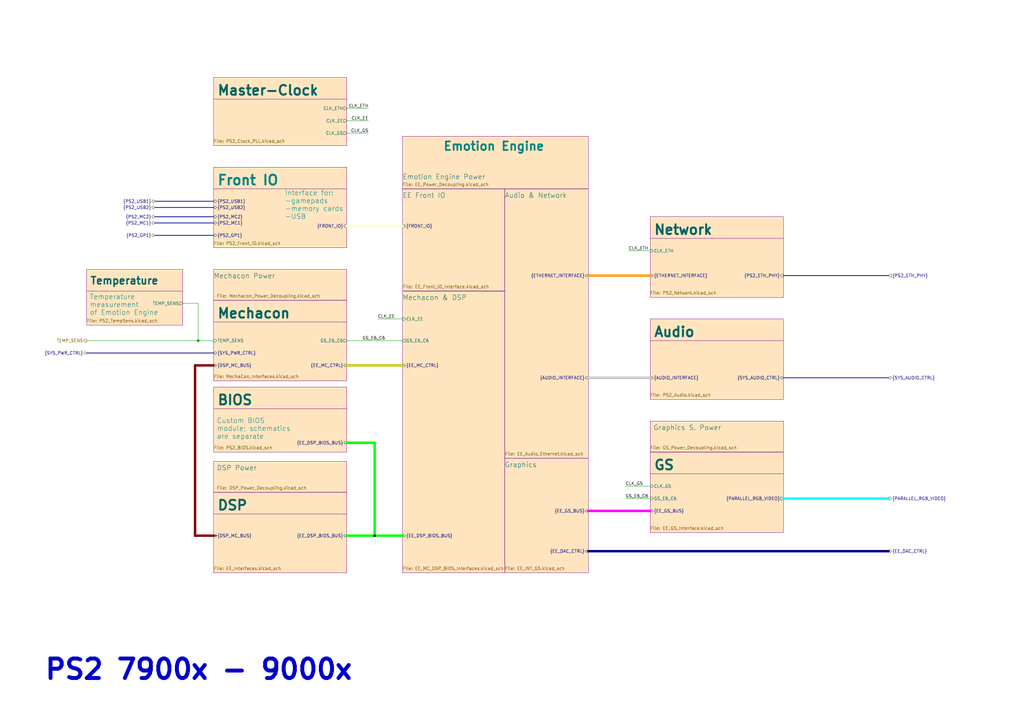
<source format=kicad_sch>
(kicad_sch (version 20230121) (generator eeschema)
  (paper "A3")
  (title_block (title "PS2 Top Level") (rev "0.3") (comment 5 "-a project by Tschicki"))
  (lib_symbols)
  (junction (at 81.28 139.7))
  (junction (at 153.67 219.71))
  (bus (pts (xy 142.24 149.86) (xy 165.1 149.86)) (stroke (width 1) (color 194 194 0 1)))
  (bus (pts (xy 241.3 209.55) (xy 266.7 209.55)) (stroke (width 1) (color 255 0 255 1)))
  (bus (pts (xy 63.5 91.44) (xy 87.63 91.44)))
  (wire (pts (xy 142.24 54.61) (xy 151.13 54.61)))
  (bus (pts (xy 63.5 82.55) (xy 87.63 82.55)))
  (wire (pts (xy 142.24 49.53) (xy 151.13 49.53)))
  (polyline (pts (xy 87.63 132.08) (xy 142.24 132.08)) (stroke (width 0.15) (type solid) (color 132 0 132 1)))
  (wire (pts (xy 74.93 124.46) (xy 81.28 124.46)))
  (bus (pts (xy 153.67 219.71) (xy 165.1 219.71)) (stroke (width 1) (color 0 255 0 1)))
  (polyline (pts (xy 266.7 139.7) (xy 321.31 139.7)) (stroke (width 0.15) (type solid) (color 132 0 132 1)))
  (wire (pts (xy 142.24 139.7) (xy 165.1 139.7)))
  (bus (pts (xy 241.3 154.94) (xy 266.7 154.94)) (stroke (width 1) (color 194 194 194 1)))
  (wire (pts (xy 165.1 130.81) (xy 154.94 130.81)))
  (polyline (pts (xy 266.7 97.79) (xy 321.31 97.79)) (stroke (width 0.15) (type solid) (color 132 0 132 1)))
  (bus (pts (xy 87.63 149.86) (xy 80.01 149.86)) (stroke (width 1) (color 132 0 0 1)))
  (bus (pts (xy 87.63 219.71) (xy 88.9 219.71)) (stroke (width 0) (color 132 0 0 1)))
  (bus (pts (xy 241.3 226.06) (xy 364.49 226.06)) (stroke (width 1)))
  (wire (pts (xy 266.7 199.39) (xy 256.54 199.39)))
  (wire (pts (xy 142.24 44.45) (xy 151.13 44.45)))
  (wire (pts (xy 256.54 204.47) (xy 266.7 204.47)))
  (bus (pts (xy 153.67 181.61) (xy 153.67 219.71)) (stroke (width 1) (color 0 255 0 1)))
  (wire (pts (xy 81.28 124.46) (xy 81.28 139.7)))
  (bus (pts (xy 35.56 144.78) (xy 87.63 144.78)))
  (polyline (pts (xy 87.63 210.82) (xy 142.24 210.82)) (stroke (width 0.15) (type solid) (color 132 0 132 1)))
  (bus (pts (xy 63.5 96.52) (xy 87.63 96.52)))
  (bus (pts (xy 153.67 181.61) (xy 142.24 181.61)) (stroke (width 1) (color 0 255 0 1)))
  (bus (pts (xy 63.5 88.9) (xy 87.63 88.9)))
  (bus (pts (xy 80.01 149.86) (xy 80.01 219.71)) (stroke (width 1) (color 132 0 0 1)))
  (wire (pts (xy 81.28 139.7) (xy 87.63 139.7)))
  (bus (pts (xy 321.31 204.47) (xy 364.49 204.47)) (stroke (width 1) (color 0 255 255 1)))
  (bus (pts (xy 80.01 219.71) (xy 87.63 219.71)) (stroke (width 1) (color 132 0 0 1)))
  (wire (pts (xy 35.56 139.7) (xy 81.28 139.7)))
  (bus (pts (xy 241.3 113.03) (xy 266.7 113.03)) (stroke (width 1) (color 255 153 0 1)))
  (wire (pts (xy 266.7 102.87) (xy 257.81 102.87)))
  (polyline (pts (xy 87.63 40.64) (xy 142.24 40.64)) (stroke (width 0.15) (type solid) (color 132 0 132 1)))
  (polyline (pts (xy 266.7 194.31) (xy 321.31 194.31)) (stroke (width 0.15) (type solid) (color 132 0 132 1)))
  (bus (pts (xy 142.24 92.71) (xy 165.1 92.71)) (stroke (width 1) (color 255 255 194 1)))
  (bus (pts (xy 321.31 154.94) (xy 364.49 154.94)))
  (polyline (pts (xy 87.63 77.47) (xy 142.24 77.47)) (stroke (width 0.15) (type solid) (color 132 0 132 1)))
  (polyline (pts (xy 35.56 119.38) (xy 74.93 119.38)) (stroke (width 0.15) (type solid) (color 132 0 132 1)))
  (bus (pts (xy 321.31 113.03) (xy 364.49 113.03)))
  (polyline (pts (xy 87.63 167.64) (xy 142.24 167.64)) (stroke (width 0.15) (type solid) (color 132 0 132 1)))
  (bus (pts (xy 63.5 85.09) (xy 87.63 85.09)))
  (bus (pts (xy 142.24 219.71) (xy 153.67 219.71)) (stroke (width 1) (color 0 255 0 1)))
  (text "Emotion Engine" (at 181.61 62.23 0) (effects (font (size 3.5 3.5) (thickness 0.7) bold) (justify left bottom)))
  (text "Temperature \nmeasurement \nof Emotion Engine" (at 36.83 129.54 0) (effects (font (size 2 2)) (justify left bottom)))
  (text "Interface for:\n-gamepads\n-memory cards\n-USB" (at 116.84 90.17 0) (effects (font (size 2 2)) (justify left bottom)))
  (text "Custom BIOS \nmodule; schematics \nare separate" (at 88.9 180.34 0) (effects (font (size 2 2)) (justify left bottom)))
  (text "PS2 7900x - 9000x" (at 17.78 279.4 0) (effects (font (size 8 8) (thickness 1.6) bold) (justify left bottom)))
  (label "CLK_ETH" (at 151.13 44.45 180))
  (label "CLK_GS" (at 151.13 54.61 180))
  (label "GS_E6_C6" (at 148.59 139.7 0))
  (label "GS_E6_C6" (at 256.54 204.47 0))
  (label "CLK_GS" (at 256.54 199.39 0))
  (label "CLK_ETH" (at 257.81 102.87 0))
  (label "CLK_EE" (at 154.94 130.81 0))
  (label "CLK_EE" (at 151.13 49.53 180))
  (hierarchical_label "{PS2_USB1}" (shape bidirectional) (at 63.5 82.55 180))
  (hierarchical_label "{SYS_PWR_CTRL}" (shape bidirectional) (at 35.56 144.78 180))
  (hierarchical_label "{SYS_AUDIO_CTRL}" (shape bidirectional) (at 364.49 154.94 0))
  (hierarchical_label "{PS2_USB2}" (shape bidirectional) (at 63.5 85.09 180))
  (hierarchical_label "{PS2_MC2}" (shape bidirectional) (at 63.5 88.9 180))
  (hierarchical_label "{EE_DAC_CTRL}" (shape bidirectional) (at 364.49 226.06 0))
  (hierarchical_label "TEMP_SENS" (shape output) (at 35.56 139.7 180))
  (hierarchical_label "{PARALLEL_RGB_VIDEO}" (shape output) (at 364.49 204.47 0))
  (hierarchical_label "{PS2_ETH_PHY}" (shape input) (at 364.49 113.03 0))
  (hierarchical_label "{PS2_GP1}" (shape bidirectional) (at 63.5 96.52 180))
  (hierarchical_label "{PS2_MC1}" (shape bidirectional) (at 63.5 91.44 180))
  (sheet (at 87.63 201.93) (size 54.61 33.02) (stroke (width 0.1524) (color 132 0 132 1)) (fill (color 255 229 191 1.0000))
    (property "Sheetname" "DSP" (at 88.9 209.55 0) (effects (font (size 4 4) bold) (justify left bottom)))
    (property "Sheetfile" "EE_Interfaces.kicad_sch" (at 87.63 232.41 0) (effects (justify left top)))
    (pin "{DSP_MC_BUS}" bidirectional (at 87.63 219.71 180))
    (pin "{EE_DSP_BIOS_BUS}" bidirectional (at 142.24 219.71 0))
  )
  (sheet (at 165.1 119.38) (size 41.91 115.57) (stroke (width 0.1524) (color 132 0 132 1)) (fill (color 255 229 191 1.0000))
    (property "Sheetname" "Mechacon & DSP" (at 165.1 123.19 0) (effects (font (size 2 2)) (justify left bottom)))
    (property "Sheetfile" "EE_MC_DSP_BIOS_Interfaces.kicad_sch" (at 165.1 232.41 0) (effects (justify left top)))
    (pin "{EE_DSP_BIOS_BUS}" bidirectional (at 165.1 219.71 180))
    (pin "{EE_MC_CTRL}" bidirectional (at 165.1 149.86 180))
    (pin "GS_E6_C6" output (at 165.1 139.7 180))
    (pin "CLK_EE" input (at 165.1 130.81 180))
  )
  (sheet (at 165.1 77.47) (size 41.91 41.91) (stroke (width 0.1524) (color 132 0 132 1)) (fill (color 255 229 191 1.0000))
    (property "Sheetname" "EE Front IO" (at 165.1 81.28 0) (effects (font (size 2 2)) (justify left bottom)))
    (property "Sheetfile" "EE_Front_IO_Interface.kicad_sch" (at 165.1 116.84 0) (effects (justify left top)))
    (pin "{FRONT_IO}" bidirectional (at 165.1 92.71 180))
  )
  (sheet (at 87.63 110.49) (size 54.61 12.7) (stroke (width 0.1524) (color 132 0 132 1)) (fill (color 255 229 191 1.0000))
    (property "Sheetname" "Mechacon Power" (at 87.63 114.3 0) (effects (font (size 2 2)) (justify left bottom)))
    (property "Sheetfile" "Mechacon_Power_Decoupling.kicad_sch" (at 88.9 120.65 0) (effects (justify left top)))
  )
  (sheet (at 165.1 55.88) (size 76.2 21.59) (stroke (width 0.1524) (color 132 0 132 1)) (fill (color 255 229 191 1.0000))
    (property "Sheetname" "Emotion Engine Power" (at 165.1 73.66 0) (effects (font (size 2 2)) (justify left bottom)))
    (property "Sheetfile" "EE_Power_Decoupling.kicad_sch" (at 165.1 74.93 0) (effects (justify left top)))
  )
  (sheet (at 207.01 77.47) (size 34.29 110.49) (stroke (width 0.1524) (color 132 0 132 1)) (fill (color 255 229 191 1.0000))
    (property "Sheetname" "Audio & Network" (at 207.01 81.28 0) (effects (font (size 2 2)) (justify left bottom)))
    (property "Sheetfile" "EE_Audio_Ethernet.kicad_sch" (at 207.01 185.42 0) (effects (justify left top)))
    (pin "{AUDIO_INTERFACE}" bidirectional (at 241.3 154.94 0))
    (pin "{ETHERNET_INTERFACE}" bidirectional (at 241.3 113.03 0))
  )
  (sheet (at 35.56 110.49) (size 39.37 22.86) (stroke (width 0.1524) (color 132 0 132 1)) (fill (color 255 229 191 1.0000))
    (property "Sheetname" "Temperature" (at 36.83 116.84 0) (effects (font (size 3 3) bold) (justify left bottom)))
    (property "Sheetfile" "PS2_TempSens.kicad_sch" (at 35.56 130.81 0) (effects (justify left top)))
    (pin "TEMP_SENS" output (at 74.93 124.46 0))
  )
  (sheet (at 87.63 189.23) (size 54.61 12.7) (stroke (width 0.1524) (color 132 0 132 1)) (fill (color 255 229 191 1.0000))
    (property "Sheetname" "DSP Power" (at 88.9 193.04 0) (effects (font (size 2 2)) (justify left bottom)))
    (property "Sheetfile" "DSP_Power_Decoupling.kicad_sch" (at 88.9 199.39 0) (effects (justify left top)))
  )
  (sheet (at 266.7 185.42) (size 54.61 33.02) (stroke (width 0.1524) (color 132 0 132 1)) (fill (color 255 229 191 1.0000))
    (property "Sheetname" "GS" (at 267.97 193.04 0) (effects (font (size 4 4) bold) (justify left bottom)))
    (property "Sheetfile" "EE_GS_Interface.kicad_sch" (at 266.7 215.9 0) (effects (justify left top)))
    (pin "CLK_GS" input (at 266.7 199.39 180))
    (pin "GS_E6_C6" input (at 266.7 204.47 180))
    (pin "{EE_GS_BUS}" bidirectional (at 266.7 209.55 180))
    (pin "{PARALLEL_RGB_VIDEO}" output (at 321.31 204.47 0))
  )
  (sheet (at 87.63 158.75) (size 54.61 26.67) (stroke (width 0.1524) (color 132 0 132 1)) (fill (color 255 229 191 1.0000))
    (property "Sheetname" "BIOS" (at 88.9 166.37 0) (effects (font (size 4 4) bold) (justify left bottom)))
    (property "Sheetfile" "PS2_BIOS.kicad_sch" (at 87.63 182.88 0) (effects (justify left top)))
    (pin "{EE_DSP_BIOS_BUS}" bidirectional (at 142.24 181.61 0))
  )
  (sheet (at 87.63 31.75) (size 54.61 27.94) (stroke (width 0.1524) (color 132 0 132 1)) (fill (color 255 229 191 1.0000))
    (property "Sheetname" "Master-Clock" (at 88.9 39.37 0) (effects (font (size 4 4) bold) (justify left bottom)))
    (property "Sheetfile" "PS2_Clock_PLL.kicad_sch" (at 87.63 57.15 0) (effects (justify left top)))
    (pin "CLK_ETH" output (at 142.24 44.45 0))
    (pin "CLK_GS" output (at 142.24 54.61 0))
    (pin "CLK_EE" output (at 142.24 49.53 0))
  )
  (sheet (at 266.7 88.9) (size 54.61 33.02) (stroke (width 0.1524) (color 132 0 132 1)) (fill (color 255 229 191 1.0000))
    (property "Sheetname" "Network" (at 267.97 96.52 0) (effects (font (size 4 4) bold) (justify left bottom)))
    (property "Sheetfile" "PS2_Network.kicad_sch" (at 266.7 119.38 0) (effects (justify left top)))
    (pin "CLK_ETH" input (at 266.7 102.87 180))
    (pin "{ETHERNET_INTERFACE}" bidirectional (at 266.7 113.03 180))
    (pin "{PS2_ETH_PHY}" input (at 321.31 113.03 0))
  )
  (sheet (at 207.01 187.96) (size 34.29 46.99) (stroke (width 0.1524) (color 132 0 132 1)) (fill (color 255 229 191 1.0000))
    (property "Sheetname" "Graphics" (at 207.01 191.77 0) (effects (font (size 2 2)) (justify left bottom)))
    (property "Sheetfile" "EE_INT_GS.kicad_sch" (at 207.01 232.41 0) (effects (justify left top)))
    (pin "{EE_GS_BUS}" bidirectional (at 241.3 209.55 0))
    (pin "{EE_DAC_CTRL}" bidirectional (at 241.3 226.06 0))
  )
  (sheet (at 266.7 130.81) (size 54.61 33.02) (stroke (width 0.1524) (color 132 0 132 1)) (fill (color 255 229 191 1.0000))
    (property "Sheetname" "Audio" (at 267.97 138.43 0) (effects (font (size 4 4) bold) (justify left bottom)))
    (property "Sheetfile" "PS2_Audio.kicad_sch" (at 266.7 161.29 0) (effects (justify left top)))
    (pin "{AUDIO_INTERFACE}" bidirectional (at 266.7 154.94 180))
    (pin "{SYS_AUDIO_CTRL}" bidirectional (at 321.31 154.94 0))
  )
  (sheet (at 87.63 68.58) (size 54.61 33.02) (stroke (width 0.1524) (color 132 0 132 1)) (fill (color 255 229 191 1.0000))
    (property "Sheetname" "Front IO" (at 88.9 76.2 0) (effects (font (size 4 4) bold) (justify left bottom)))
    (property "Sheetfile" "PS2_Front_IO.kicad_sch" (at 87.63 99.06 0) (effects (justify left top)))
    (pin "{FRONT_IO}" bidirectional (at 142.24 92.71 0))
    (pin "{PS2_MC2}" bidirectional (at 87.63 88.9 180))
    (pin "{PS2_MC1}" bidirectional (at 87.63 91.44 180))
    (pin "{PS2_GP1}" bidirectional (at 87.63 96.52 180))
    (pin "{PS2_USB2}" bidirectional (at 87.63 85.09 180))
    (pin "{PS2_USB1}" bidirectional (at 87.63 82.55 180))
  )
  (sheet (at 87.63 123.19) (size 54.61 33.02) (stroke (width 0.1524) (color 132 0 132 1)) (fill (color 255 229 191 1.0000))
    (property "Sheetname" "Mechacon" (at 88.9 130.81 0) (effects (font (size 4 4) bold) (justify left bottom)))
    (property "Sheetfile" "MechaCon_Interfaces.kicad_sch" (at 87.63 153.67 0) (effects (justify left top)))
    (pin "TEMP_SENS" input (at 87.63 139.7 180))
    (pin "{DSP_MC_BUS}" bidirectional (at 87.63 149.86 180))
    (pin "{EE_MC_CTRL}" bidirectional (at 142.24 149.86 0))
    (pin "{SYS_PWR_CTRL}" bidirectional (at 87.63 144.78 180))
    (pin "GS_E6_C6" output (at 142.24 139.7 0))
  )
  (sheet (at 266.7 172.72) (size 54.61 12.7) (stroke (width 0.1524) (color 132 0 132 1)) (fill (color 255 229 191 1.0000))
    (property "Sheetname" "Graphics S. Power" (at 267.97 176.53 0) (effects (font (size 2 2)) (justify left bottom)))
    (property "Sheetfile" "GS_Power_Decoupling.kicad_sch" (at 266.7 182.88 0) (effects (justify left top)))
  )
)
</source>
